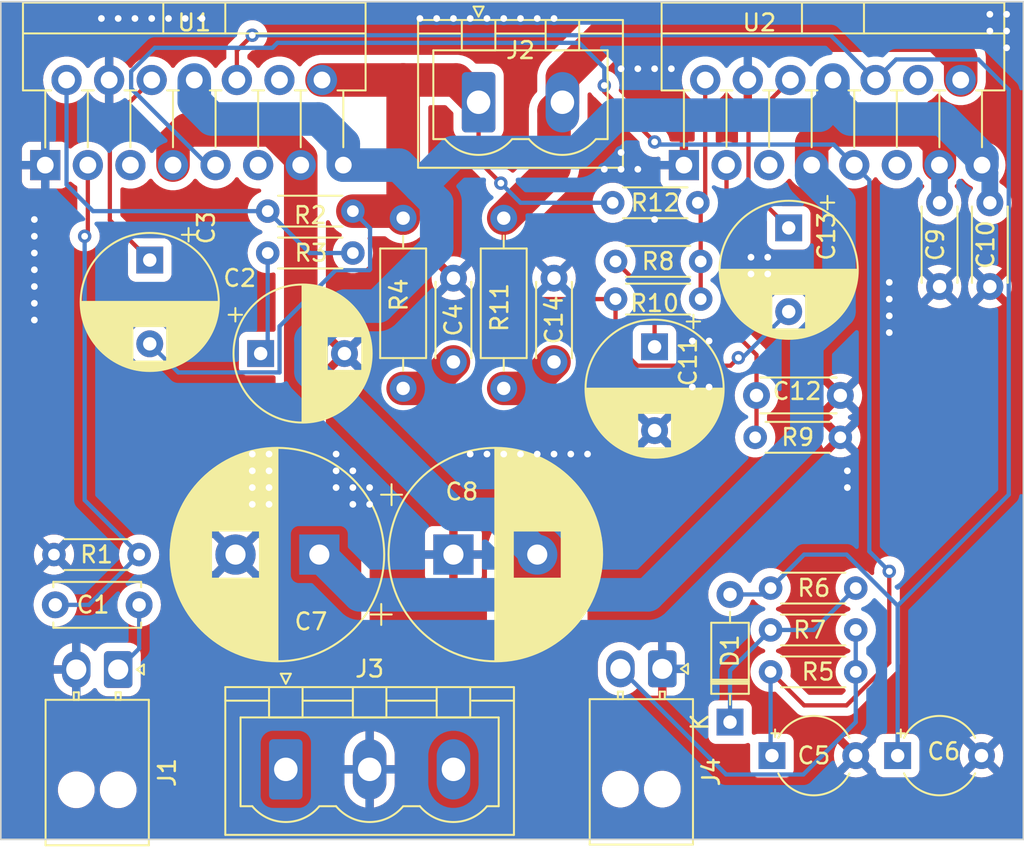
<source format=kicad_pcb>
(kicad_pcb (version 20240108) (generator "pcbnew") (generator_version "8.0")
  (layers (0 "F.Cu" signal) (31 "B.Cu" signal) (34 "B.Paste" user) (35 "F.Paste" user) (36 "B.SilkS" user "B.Silkscreen") (37 "F.SilkS" user "F.Silkscreen") (38 "B.Mask" user) (39 "F.Mask" user) (44 "Edge.Cuts" user))
  (net 0 "")
  (net 1 "Net-(J1-Pin_1)")
  (net 2 "Net-(U1-+)")
  (net 3 "Net-(C2-Pad1)")
  (net 4 "GND")
  (net 5 "Net-(U1-BOOT)")
  (net 6 "Net-(J2-Pin_1)")
  (net 7 "Net-(C4-Pad2)")
  (net 8 "STBY")
  (net 9 "Mute")
  (net 10 "+VDC")
  (net 11 "-VDC")
  (net 12 "Net-(C11-Pad1)")
  (net 13 "Net-(U2-+)")
  (net 14 "Net-(U2-BOOT)")
  (net 15 "Net-(J2-Pin_2)")
  (net 16 "Net-(C14-Pad2)")
  (net 17 "Net-(D1-K)")
  (net 18 "/Mute{slash}st-by")
  (net 19 "Net-(U1--)")
  (net 20 "Net-(U2--)")
  (footprint "Resistor_THT:R_Axial_DIN0207_L6.3mm_D2.5mm_P10.16mm_Horizontal" (layer "F.Cu") (at 148 50.92 -90)
    (property "Reference" "R11" (at 5.33 0.25 90) (layer "F.SilkS"))
    (property "Value" "2R7")
    (pad "1" thru_hole circle (at 0 0 270) (size 1.6 1.6) (drill 0.8) (layers "*.Cu" "*.Mask") (net 15 "Net-(J2-Pin_2)"))
    (pad "2" thru_hole oval (at 10.16 0 270) (size 1.6 1.6) (drill 0.8) (layers "*.Cu" "*.Mask") (net 16 "Net-(C14-Pad2)"))
  )
  (footprint "Package_TO_SOT_THT:TO-220-15_P2.54x2.54mm_StaggerOdd_Lead4.58mm_Vertical" (layer "F.Cu") (at 158.75 47.752)
    (property "Reference" "U2" (at 4.5 -8.502 0) (layer "F.SilkS"))
    (property "Value" "TDA7294")
    (pad "1" thru_hole rect (at 0 0) (size 1.8 1.8) (drill 1) (layers "*.Cu" "*.Mask") (net 4 "GND"))
    (pad "2" thru_hole oval (at 1.27 -5.08) (size 1.8 1.8) (drill 1) (layers "*.Cu" "*.Mask") (net 20 "Net-(U2--)"))
    (pad "3" thru_hole oval (at 2.54 0) (size 1.8 1.8) (drill 1) (layers "*.Cu" "*.Mask") (net 13 "Net-(U2-+)"))
    (pad "4" thru_hole oval (at 3.81 -5.08) (size 1.8 1.8) (drill 1) (layers "*.Cu" "*.Mask") (net 4 "GND"))
    (pad "5" thru_hole oval (at 5.08 0) (size 1.8 1.8) (drill 1) (layers "*.Cu" "*.Mask"))
    (pad "6" thru_hole oval (at 6.35 -5.08) (size 1.8 1.8) (drill 1) (layers "*.Cu" "*.Mask") (net 14 "Net-(U2-BOOT)"))
    (pad "7" thru_hole oval (at 7.62 0) (size 1.8 1.8) (drill 1) (layers "*.Cu" "*.Mask") (net 10 "+VDC"))
    (pad "8" thru_hole oval (at 8.89 -5.08) (size 1.8 1.8) (drill 1) (layers "*.Cu" "*.Mask") (net 11 "-VDC"))
    (pad "9" thru_hole oval (at 10.16 0) (size 1.8 1.8) (drill 1) (layers "*.Cu" "*.Mask") (net 8 "STBY"))
    (pad "10" thru_hole oval (at 11.43 -5.08) (size 1.8 1.8) (drill 1) (layers "*.Cu" "*.Mask") (net 9 "Mute"))
    (pad "11" thru_hole oval (at 12.7 0) (size 1.8 1.8) (drill 1) (layers "*.Cu" "*.Mask"))
    (pad "12" thru_hole oval (at 13.97 -5.08) (size 1.8 1.8) (drill 1) (layers "*.Cu" "*.Mask"))
    (pad "13" thru_hole oval (at 15.24 0) (size 1.8 1.8) (drill 1) (layers "*.Cu" "*.Mask") (net 10 "+VDC"))
    (pad "14" thru_hole oval (at 16.51 -5.08) (size 1.8 1.8) (drill 1) (layers "*.Cu" "*.Mask") (net 15 "Net-(J2-Pin_2)"))
    (pad "15" thru_hole oval (at 17.78 0) (size 1.8 1.8) (drill 1) (layers "*.Cu" "*.Mask") (net 11 "-VDC"))
  )
  (footprint "Connector_Phoenix_MSTB:PhoenixContact_MSTBVA_2,5_2-G_1x02_P5.00mm_Vertical" (layer "F.Cu") (at 146.5 44)
    (property "Reference" "J2" (at 2.5 -3.1 0) (layer "F.SilkS"))
    (property "Value" "HT")
    (pad "1" thru_hole roundrect (at 0 0) (size 2 3.6) (drill 1.4) (layers "*.Cu" "*.Mask") (roundrect_rratio 0.125) (net 6 "Net-(J2-Pin_1)"))
    (pad "2" thru_hole oval (at 5 0) (size 2 3.6) (drill 1.4) (layers "*.Cu" "*.Mask") (net 15 "Net-(J2-Pin_2)"))
  )
  (footprint "Resistor_THT:R_Axial_DIN0204_L3.6mm_D1.6mm_P5.08mm_Horizontal" (layer "F.Cu") (at 168.08 64 180)
    (property "Reference" "R9" (at 2.54 0 0) (layer "F.SilkS"))
    (property "Value" "22k")
    (pad "1" thru_hole circle (at 0 0 180) (size 1.4 1.4) (drill 0.7) (layers "*.Cu" "*.Mask") (net 4 "GND"))
    (pad "2" thru_hole oval (at 5.08 0 180) (size 1.4 1.4) (drill 0.7) (layers "*.Cu" "*.Mask") (net 13 "Net-(U2-+)"))
  )
  (footprint "Capacitor_THT:C_Disc_D4.3mm_W1.9mm_P5.00mm" (layer "F.Cu") (at 174 55 90)
    (property "Reference" "C9" (at 2.5 -0.25 90) (layer "F.SilkS"))
    (property "Value" "100nF")
    (pad "1" thru_hole circle (at 0 0 90) (size 1.6 1.6) (drill 0.8) (layers "*.Cu" "*.Mask") (net 4 "GND"))
    (pad "2" thru_hole circle (at 5 0 90) (size 1.6 1.6) (drill 0.8) (layers "*.Cu" "*.Mask") (net 10 "+VDC"))
  )
  (footprint "Package_TO_SOT_THT:TO-220-15_P2.54x2.54mm_StaggerOdd_Lead4.58mm_Vertical" (layer "F.Cu") (at 120.65 47.752)
    (property "Reference" "U1" (at 8.89 -8.502 0) (layer "F.SilkS"))
    (property "Value" "TDA7294")
    (pad "1" thru_hole rect (at 0 0) (size 1.8 1.8) (drill 1) (layers "*.Cu" "*.Mask") (net 4 "GND"))
    (pad "2" thru_hole oval (at 1.27 -5.08) (size 1.8 1.8) (drill 1) (layers "*.Cu" "*.Mask") (net 19 "Net-(U1--)"))
    (pad "3" thru_hole oval (at 2.54 0) (size 1.8 1.8) (drill 1) (layers "*.Cu" "*.Mask") (net 2 "Net-(U1-+)"))
    (pad "4" thru_hole oval (at 3.81 -5.08) (size 1.8 1.8) (drill 1) (layers "*.Cu" "*.Mask") (net 4 "GND"))
    (pad "5" thru_hole oval (at 5.08 0) (size 1.8 1.8) (drill 1) (layers "*.Cu" "*.Mask"))
    (pad "6" thru_hole oval (at 6.35 -5.08) (size 1.8 1.8) (drill 1) (layers "*.Cu" "*.Mask") (net 5 "Net-(U1-BOOT)"))
    (pad "7" thru_hole oval (at 7.62 0) (size 1.8 1.8) (drill 1) (layers "*.Cu" "*.Mask") (net 10 "+VDC"))
    (pad "8" thru_hole oval (at 8.89 -5.08) (size 1.8 1.8) (drill 1) (layers "*.Cu" "*.Mask") (net 11 "-VDC"))
    (pad "9" thru_hole oval (at 10.16 0) (size 1.8 1.8) (drill 1) (layers "*.Cu" "*.Mask") (net 8 "STBY"))
    (pad "10" thru_hole oval (at 11.43 -5.08) (size 1.8 1.8) (drill 1) (layers "*.Cu" "*.Mask") (net 9 "Mute"))
    (pad "11" thru_hole oval (at 12.7 0) (size 1.8 1.8) (drill 1) (layers "*.Cu" "*.Mask"))
    (pad "12" thru_hole oval (at 13.97 -5.08) (size 1.8 1.8) (drill 1) (layers "*.Cu" "*.Mask"))
    (pad "13" thru_hole oval (at 15.24 0) (size 1.8 1.8) (drill 1) (layers "*.Cu" "*.Mask") (net 10 "+VDC"))
    (pad "14" thru_hole oval (at 16.51 -5.08) (size 1.8 1.8) (drill 1) (layers "*.Cu" "*.Mask") (net 6 "Net-(J2-Pin_1)"))
    (pad "15" thru_hole oval (at 17.78 0) (size 1.8 1.8) (drill 1) (layers "*.Cu" "*.Mask") (net 11 "-VDC"))
  )
  (footprint "Diode_THT:D_DO-35_SOD27_P7.62mm_Horizontal" (layer "F.Cu") (at 161.5 81 90)
    (property "Reference" "D1" (at 4.25 0 90) (layer "F.SilkS"))
    (property "Value" "1N4148")
    (fp_text user "K" (at 0 -1.8 90) (layer "F.SilkS"))
    (pad "1" thru_hole rect (at 0 0 90) (size 1.6 1.6) (drill 0.8) (layers "*.Cu" "*.Mask") (net 17 "Net-(D1-K)"))
    (pad "2" thru_hole oval (at 7.62 0 90) (size 1.6 1.6) (drill 0.8) (layers "*.Cu" "*.Mask") (net 9 "Mute"))
  )
  (footprint "Resistor_THT:R_Axial_DIN0204_L3.6mm_D1.6mm_P5.08mm_Horizontal" (layer "F.Cu") (at 163.92 75.5)
    (property "Reference" "R7" (at 2.33 0 0) (layer "F.SilkS"))
    (property "Value" "10k")
    (pad "1" thru_hole circle (at 0 0) (size 1.4 1.4) (drill 0.7) (layers "*.Cu" "*.Mask") (net 17 "Net-(D1-K)"))
    (pad "2" thru_hole oval (at 5.08 0) (size 1.4 1.4) (drill 0.7) (layers "*.Cu" "*.Mask") (net 18 "/Mute{slash}st-by"))
  )
  (footprint "Capacitor_THT:C_Disc_D5.0mm_W2.5mm_P5.00mm" (layer "F.Cu") (at 126.25 74 180)
    (property "Reference" "C1" (at 2.75 0 0) (layer "F.SilkS"))
    (property "Value" "470nF")
    (pad "1" thru_hole circle (at 0 0 180) (size 1.6 1.6) (drill 0.8) (layers "*.Cu" "*.Mask") (net 1 "Net-(J1-Pin_1)"))
    (pad "2" thru_hole circle (at 5 0 180) (size 1.6 1.6) (drill 0.8) (layers "*.Cu" "*.Mask") (net 2 "Net-(U1-+)"))
  )
  (footprint "Capacitor_THT:CP_Radial_D8.0mm_P5.00mm" (layer "F.Cu") (at 165 51.5 -90)
    (property "Reference" "C13" (at 0.5 -2.25 90) (layer "F.SilkS"))
    (property "Value" "22uF/250V")
    (pad "1" thru_hole rect (at 0 0 270) (size 1.6 1.6) (drill 0.8) (layers "*.Cu" "*.Mask") (net 14 "Net-(U2-BOOT)"))
    (pad "2" thru_hole circle (at 5 0 270) (size 1.6 1.6) (drill 0.8) (layers "*.Cu" "*.Mask") (net 15 "Net-(J2-Pin_2)"))
  )
  (footprint "Resistor_THT:R_Axial_DIN0204_L3.6mm_D1.6mm_P5.08mm_Horizontal" (layer "F.Cu") (at 121.17 71)
    (property "Reference" "R1" (at 2.54 0 0) (layer "F.SilkS"))
    (property "Value" "22k")
    (pad "1" thru_hole circle (at 0 0) (size 1.4 1.4) (drill 0.7) (layers "*.Cu" "*.Mask") (net 4 "GND"))
    (pad "2" thru_hole oval (at 5.08 0) (size 1.4 1.4) (drill 0.7) (layers "*.Cu" "*.Mask") (net 2 "Net-(U1-+)"))
  )
  (footprint "Resistor_THT:R_Axial_DIN0204_L3.6mm_D1.6mm_P5.08mm_Horizontal" (layer "F.Cu") (at 159.75 55.75 180)
    (property "Reference" "R10" (at 2.75 -0.25 0) (layer "F.SilkS"))
    (property "Value" "22k")
    (pad "1" thru_hole circle (at 0 0 180) (size 1.4 1.4) (drill 0.7) (layers "*.Cu" "*.Mask") (net 20 "Net-(U2--)"))
    (pad "2" thru_hole oval (at 5.08 0 180) (size 1.4 1.4) (drill 0.7) (layers "*.Cu" "*.Mask") (net 15 "Net-(J2-Pin_2)"))
  )
  (footprint "Resistor_THT:R_Axial_DIN0204_L3.6mm_D1.6mm_P5.08mm_Horizontal" (layer "F.Cu") (at 163.92 73)
    (property "Reference" "R6" (at 2.58 0 0) (layer "F.SilkS"))
    (property "Value" "30k")
    (pad "1" thru_hole circle (at 0 0) (size 1.4 1.4) (drill 0.7) (layers "*.Cu" "*.Mask") (net 9 "Mute"))
    (pad "2" thru_hole oval (at 5.08 0) (size 1.4 1.4) (drill 0.7) (layers "*.Cu" "*.Mask") (net 17 "Net-(D1-K)"))
  )
  (footprint "Resistor_THT:R_Axial_DIN0204_L3.6mm_D1.6mm_P5.08mm_Horizontal" (layer "F.Cu") (at 163.92 78)
    (property "Reference" "R5" (at 2.83 0 0) (layer "F.SilkS"))
    (property "Value" "22k")
    (pad "1" thru_hole circle (at 0 0) (size 1.4 1.4) (drill 0.7) (layers "*.Cu" "*.Mask") (net 8 "STBY"))
    (pad "2" thru_hole oval (at 5.08 0) (size 1.4 1.4) (drill 0.7) (layers "*.Cu" "*.Mask") (net 18 "/Mute{slash}st-by"))
  )
  (footprint "Capacitor_THT:CP_Radial_D12.5mm_P5.00mm" (layer "F.Cu") (at 145 71)
    (property "Reference" "C8" (at 0.5 -3.75 0) (layer "F.SilkS"))
    (property "Value" "1000uF")
    (pad "1" thru_hole rect (at 0 0) (size 2.4 2.4) (drill 1.2) (layers "*.Cu" "*.Mask") (net 4 "GND"))
    (pad "2" thru_hole circle (at 5 0) (size 2.4 2.4) (drill 1.2) (layers "*.Cu" "*.Mask") (net 11 "-VDC"))
  )
  (footprint "Capacitor_THT:C_Disc_D4.3mm_W1.9mm_P5.00mm" (layer "F.Cu") (at 145 54.5 -90)
    (property "Reference" "C4" (at 2.5 0 90) (layer "F.SilkS"))
    (property "Value" "100nF")
    (pad "1" thru_hole circle (at 0 0 270) (size 1.6 1.6) (drill 0.8) (layers "*.Cu" "*.Mask") (net 4 "GND"))
    (pad "2" thru_hole circle (at 5 0 270) (size 1.6 1.6) (drill 0.8) (layers "*.Cu" "*.Mask") (net 7 "Net-(C4-Pad2)"))
  )
  (footprint "Resistor_THT:R_Axial_DIN0204_L3.6mm_D1.6mm_P5.08mm_Horizontal" (layer "F.Cu") (at 154.5 50)
    (property "Reference" "R12" (at 2.54 0 0) (layer "F.SilkS"))
    (property "Value" "22k")
    (pad "1" thru_hole circle (at 0 0) (size 1.4 1.4) (drill 0.7) (layers "*.Cu" "*.Mask") (net 6 "Net-(J2-Pin_1)"))
    (pad "2" thru_hole oval (at 5.08 0) (size 1.4 1.4) (drill 0.7) (layers "*.Cu" "*.Mask") (net 20 "Net-(U2--)"))
  )
  (footprint "Capacitor_THT:CP_Radial_D8.0mm_P5.00mm" (layer "F.Cu") (at 157 58.597349 -90)
    (property "Reference" "C11" (at 0.902651 -2 90) (layer "F.SilkS"))
    (property "Value" "22uF")
    (pad "1" thru_hole rect (at 0 0 270) (size 1.6 1.6) (drill 0.8) (layers "*.Cu" "*.Mask") (net 12 "Net-(C11-Pad1)"))
    (pad "2" thru_hole circle (at 5 0 270) (size 1.6 1.6) (drill 0.8) (layers "*.Cu" "*.Mask") (net 4 "GND"))
  )
  (footprint "Resistor_THT:R_Axial_DIN0204_L3.6mm_D1.6mm_P5.08mm_Horizontal" (layer "F.Cu") (at 133.92 53)
    (property "Reference" "R3" (at 2.58 0 0) (layer "F.SilkS"))
    (property "Value" "680k")
    (pad "1" thru_hole circle (at 0 0) (size 1.4 1.4) (drill 0.7) (layers "*.Cu" "*.Mask") (net 3 "Net-(C2-Pad1)"))
    (pad "2" thru_hole oval (at 5.08 0) (size 1.4 1.4) (drill 0.7) (layers "*.Cu" "*.Mask") (net 19 "Net-(U1--)"))
  )
  (footprint "Capacitor_THT:CP_Radial_D8.0mm_P5.00mm" (layer "F.Cu") (at 133.5 59)
    (property "Reference" "C2" (at -1.25 -4.5 0) (layer "F.SilkS"))
    (property "Value" "22uF")
    (pad "1" thru_hole rect (at 0 0) (size 1.6 1.6) (drill 0.8) (layers "*.Cu" "*.Mask") (net 3 "Net-(C2-Pad1)"))
    (pad "2" thru_hole circle (at 5 0) (size 1.6 1.6) (drill 0.8) (layers "*.Cu" "*.Mask") (net 4 "GND"))
  )
  (footprint "Resistor_THT:R_Axial_DIN0204_L3.6mm_D1.6mm_P5.08mm_Horizontal" (layer "F.Cu") (at 133.92 50.5)
    (property "Reference" "R2" (at 2.54 0.25 0) (layer "F.SilkS"))
    (property "Value" "22k")
    (pad "1" thru_hole circle (at 0 0) (size 1.4 1.4) (drill 0.7) (layers "*.Cu" "*.Mask") (net 19 "Net-(U1--)"))
    (pad "2" thru_hole oval (at 5.08 0) (size 1.4 1.4) (drill 0.7) (layers "*.Cu" "*.Mask") (net 6 "Net-(J2-Pin_1)"))
  )
  (footprint "Capacitor_THT:CP_Radial_D8.0mm_P5.00mm" (layer "F.Cu") (at 126.883349 53.42 -90)
    (property "Reference" "C3" (at -1.92 -3.366651 90) (layer "F.SilkS"))
    (property "Value" "22uF/250V")
    (pad "1" thru_hole rect (at 0 0 270) (size 1.6 1.6) (drill 0.8) (layers "*.Cu" "*.Mask") (net 5 "Net-(U1-BOOT)"))
    (pad "2" thru_hole circle (at 5 0 270) (size 1.6 1.6) (drill 0.8) (layers "*.Cu" "*.Mask") (net 6 "Net-(J2-Pin_1)"))
  )
  (footprint "Connector_Phoenix_MSTB:PhoenixContact_MSTBVA_2,5_3-G_1x03_P5.00mm_Vertical" (layer "F.Cu") (at 135 83.82)
    (property "Reference" "J3" (at 5 -6 0) (layer "F.SilkS"))
    (property "Value" "Power")
    (pad "1" thru_hole roundrect (at 0 0) (size 2 3.6) (drill 1.4) (layers "*.Cu" "*.Mask") (roundrect_rratio 0.125) (net 10 "+VDC"))
    (pad "2" thru_hole oval (at 5 0) (size 2 3.6) (drill 1.4) (layers "*.Cu" "*.Mask") (net 4 "GND"))
    (pad "3" thru_hole oval (at 10 0) (size 2 3.6) (drill 1.4) (layers "*.Cu" "*.Mask") (net 11 "-VDC"))
  )
  (footprint "Capacitor_THT:C_Disc_D4.3mm_W1.9mm_P5.00mm" (layer "F.Cu") (at 151 54.5 -90)
    (property "Reference" "C14" (at 2.5 0 90) (layer "F.SilkS"))
    (property "Value" "100nF")
    (pad "1" thru_hole circle (at 0 0 270) (size 1.6 1.6) (drill 0.8) (layers "*.Cu" "*.Mask") (net 4 "GND"))
    (pad "2" thru_hole circle (at 5 0 270) (size 1.6 1.6) (drill 0.8) (layers "*.Cu" "*.Mask") (net 16 "Net-(C14-Pad2)"))
  )
  (footprint "Capacitor_THT:CP_Radial_D12.5mm_P5.00mm" (layer "F.Cu") (at 137 71 180)
    (property "Reference" "C7" (at 0.5 -4 0) (layer "F.SilkS"))
    (property "Value" "1000uF")
    (pad "1" thru_hole rect (at 0 0 180) (size 2.4 2.4) (drill 1.2) (layers "*.Cu" "*.Mask") (net 10 "+VDC"))
    (pad "2" thru_hole circle (at 5 0 180) (size 2.4 2.4) (drill 1.2) (layers "*.Cu" "*.Mask") (net 4 "GND"))
  )
  (footprint "Connector_Molex:Molex_Nano-Fit_105313-xx02_1x02_P2.50mm_Horizontal" (layer "F.Cu") (at 157.46 77.82 -90)
    (property "Reference" "J4" (at 6.15 -2.92 90) (layer "F.SilkS"))
    (property "Value" "IN")
    (pad "" np_thru_hole circle (at 7.18 0 270) (size 1.7 1.7) (drill 1.7) (layers "*.Cu" "*.Mask"))
    (pad "" np_thru_hole circle (at 7.18 2.5 270) (size 1.7 1.7) (drill 1.7) (layers "*.Cu" "*.Mask"))
    (pad "1" thru_hole roundrect (at 0 0 270) (size 2.2 1.7) (drill 1.2) (layers "*.Cu" "*.Mask") (roundrect_rratio 0.1470588235) (net 4 "GND"))
    (pad "2" thru_hole oval (at 0 2.5 270) (size 2.2 1.7) (drill 1.2) (layers "*.Cu" "*.Mask") (net 18 "/Mute{slash}st-by"))
  )
  (footprint "Capacitor_THT:CP_Radial_Tantal_D4.5mm_P5.00mm" (layer "F.Cu") (at 171.5 83)
    (property "Reference" "C6" (at 2.75 -0.25 0) (layer "F.SilkS"))
    (property "Value" "22uF")
    (pad "1" thru_hole rect (at 0 0) (size 1.6 1.6) (drill 0.8) (layers "*.Cu" "*.Mask") (net 9 "Mute"))
    (pad "2" thru_hole circle (at 5 0) (size 1.6 1.6) (drill 0.8) (layers "*.Cu" "*.Mask") (net 4 "GND"))
  )
  (footprint "Connector_Molex:Molex_Nano-Fit_105313-xx02_1x02_P2.50mm_Horizontal" (layer "F.Cu") (at 125 77.86 -90)
    (property "Reference" "J1" (at 6.15 -2.92 90) (layer "F.SilkS"))
    (property "Value" "IN")
    (pad "" np_thru_hole circle (at 7.18 0 270) (size 1.7 1.7) (drill 1.7) (layers "*.Cu" "*.Mask"))
    (pad "" np_thru_hole circle (at 7.18 2.5 270) (size 1.7 1.7) (drill 1.7) (layers "*.Cu" "*.Mask"))
    (pad "1" thru_hole roundrect (at 0 0 270) (size 2.2 1.7) (drill 1.2) (layers "*.Cu" "*.Mask") (roundrect_rratio 0.1470588235) (net 1 "Net-(J1-Pin_1)"))
    (pad "2" thru_hole oval (at 0 2.5 270) (size 2.2 1.7) (drill 1.2) (layers "*.Cu" "*.Mask") (net 4 "GND"))
  )
  (footprint "Capacitor_THT:C_Disc_D4.3mm_W1.9mm_P5.00mm" (layer "F.Cu") (at 177 50 -90)
    (property "Reference" "C10" (at 2.5 0.25 90) (layer "F.SilkS"))
    (property "Value" "100nF")
    (pad "1" thru_hole circle (at 0 0 270) (size 1.6 1.6) (drill 0.8) (layers "*.Cu" "*.Mask") (net 11 "-VDC"))
    (pad "2" thru_hole circle (at 5 0 270) (size 1.6 1.6) (drill 0.8) (layers "*.Cu" "*.Mask") (net 4 "GND"))
  )
  (footprint "Resistor_THT:R_Axial_DIN0207_L6.3mm_D2.5mm_P10.16mm_Horizontal" (layer "F.Cu") (at 142 50.92 -90)
    (property "Reference" "R4" (at 4.58 0.25 90) (layer "F.SilkS"))
    (property "Value" "2R7")
    (pad "1" thru_hole circle (at 0 0 270) (size 1.6 1.6) (drill 0.8) (layers "*.Cu" "*.Mask") (net 6 "Net-(J2-Pin_1)"))
    (pad "2" thru_hole oval (at 10.16 0 270) (size 1.6 1.6) (drill 0.8) (layers "*.Cu" "*.Mask") (net 7 "Net-(C4-Pad2)"))
  )
  (footprint "Capacitor_THT:CP_Radial_Tantal_D4.5mm_P5.00mm" (layer "F.Cu") (at 164 83)
    (property "Reference" "C5" (at 2.5 0 0) (layer "F.SilkS"))
    (property "Value" "22uF")
    (pad "1" thru_hole rect (at 0 0) (size 1.6 1.6) (drill 0.8) (layers "*.Cu" "*.Mask") (net 8 "STBY"))
    (pad "2" thru_hole circle (at 5 0) (size 1.6 1.6) (drill 0.8) (layers "*.Cu" "*.Mask") (net 4 "GND"))
  )
  (footprint "Resistor_THT:R_Axial_DIN0204_L3.6mm_D1.6mm_P5.08mm_Horizontal" (layer "F.Cu") (at 154.67 53.5)
    (property "Reference" "R8" (at 2.54 0 0) (layer "F.SilkS"))
    (property "Value" "680k")
    (pad "1" thru_hole circle (at 0 0) (size 1.4 1.4) (drill 0.7) (layers "*.Cu" "*.Mask") (net 12 "Net-(C11-Pad1)"))
    (pad "2" thru_hole oval (at 5.08 0) (size 1.4 1.4) (drill 0.7) (layers "*.Cu" "*.Mask") (net 20 "Net-(U2--)"))
  )
  (footprint "Capacitor_THT:C_Disc_D4.3mm_W1.9mm_P5.00mm" (layer "F.Cu") (at 168.08 61.5 180)
    (property "Reference" "C12" (at 2.58 0.25 0) (layer "F.SilkS"))
    (property "Value" "470nF")
    (pad "1" thru_hole circle (at 0 0 180) (size 1.6 1.6) (drill 0.8) (layers "*.Cu" "*.Mask") (net 4 "GND"))
    (pad "2" thru_hole circle (at 5 0 180) (size 1.6 1.6) (drill 0.8) (layers "*.Cu" "*.Mask") (net 13 "Net-(U2-+)"))
  )
  (gr_line (start 179 88) (end 179 38) (stroke (width 0.1)) (layer "Edge.Cuts"))
  (gr_line (start 118 38) (end 118 88) (stroke (width 0.1)) (layer "Edge.Cuts"))
  (gr_line (start 179 38) (end 118 38) (stroke (width 0.1)) (layer "Edge.Cuts"))
  (gr_line (start 118 88) (end 179 88) (stroke (width 0.1)) (layer "Edge.Cuts"))
  (segment (start 125 77.86) (end 126.25 76.61) (width 0.254) (layer "B.Cu") (net 1))
  (segment (start 126.25 76.61) (end 126.25 74) (width 0.254) (layer "B.Cu") (net 1))
  (segment (start 123 52) (end 123.19 51.81) (width 0.254) (layer "F.Cu") (net 2))
  (segment (start 123.19 51.81) (end 123.19 47.752) (width 0.254) (layer "F.Cu") (net 2))
  (via (at 123 52) (size 0.8) (drill 0.4) (layers "F.Cu" "B.Cu") (net 2))
  (segment (start 126.25 71) (end 123 67.75) (width 0.254) (layer "B.Cu") (net 2))
  (segment (start 123.25 74) (end 126.25 71) (width 0.254) (layer "B.Cu") (net 2))
  (segment (start 121.25 74) (end 123.25 74) (width 0.254) (layer "B.Cu") (net 2))
  (segment (start 123 67.75) (end 123 52) (width 0.254) (layer "B.Cu") (net 2))
  (segment (start 133.92 58.58) (end 133.5 59) (width 0.254) (layer "B.Cu") (net 3))
  (segment (start 133.92 53) (end 133.92 58.58) (width 0.254) (layer "B.Cu") (net 3))
  (via (at 171 56.75) (size 0.8) (drill 0.4) (layers "F.Cu" "B.Cu") (net 4))
  (via (at 120 56) (size 0.8) (drill 0.4) (layers "F.Cu" "B.Cu") (net 4))
  (via (at 160.25 61) (size 0.8) (drill 0.4) (layers "F.Cu" "B.Cu") (net 4))
  (via (at 140 67) (size 0.8) (drill 0.4) (layers "F.Cu" "B.Cu") (net 4))
  (via (at 120 55) (size 0.8) (drill 0.4) (layers "F.Cu" "B.Cu") (net 4))
  (via (at 155 48) (size 0.8) (drill 0.4) (layers "F.Cu" "B.Cu") (net 4))
  (via (at 120 54) (size 0.8) (drill 0.4) (layers "F.Cu" "B.Cu") (net 4))
  (via (at 162.75 53.25) (size 0.8) (drill 0.4) (layers "F.Cu" "B.Cu") (net 4))
  (via (at 139 67) (size 0.8) (drill 0.4) (layers "F.Cu" "B.Cu") (net 4))
  (via (at 178 38.75) (size 0.8) (drill 0.4) (layers "F.Cu" "B.Cu") (net 4))
  (via (at 133 66) (size 0.8) (drill 0.4) (layers "F.Cu" "B.Cu") (net 4))
  (via (at 159.25 58.25) (size 0.8) (drill 0.4) (layers "F.Cu" "B.Cu") (net 4))
  (via (at 149 65) (size 0.8) (drill 0.4) (layers "F.Cu" "B.Cu") (net 4))
  (via (at 163.75 53.25) (size 0.8) (drill 0.4) (layers "F.Cu" "B.Cu") (net 4))
  (via (at 129 39) (size 0.8) (drill 0.4) (layers "F.Cu" "B.Cu") (net 4))
  (via (at 127 39) (size 0.8) (drill 0.4) (layers "F.Cu" "B.Cu") (net 4))
  (via (at 171 57.75) (size 0.8) (drill 0.4) (layers "F.Cu" "B.Cu") (net 4))
  (via (at 150 65) (size 0.8) (drill 0.4) (layers "F.Cu" "B.Cu") (net 4))
  (via (at 171 54.75) (size 0.8) (drill 0.4) (layers "F.Cu" "B.Cu") (net 4))
  (via (at 130 39) (size 0.8) (drill 0.4) (layers "F.Cu" "B.Cu") (net 4))
  (via (at 138 65) (size 0.8) (drill 0.4) (layers "F.Cu" "B.Cu") (net 4))
  (via (at 157 42) (size 0.8) (drill 0.4) (layers "F.Cu" "B.Cu") (net 4))
  (via (at 138 66) (size 0.8) (drill 0.4) (layers "F.Cu" "B.Cu") (net 4))
  (via (at 168.5 66) (size 0.8) (drill 0.4) (layers "F.Cu" "B.Cu") (net 4))
  (via (at 178 40.75) (size 0.8) (drill 0.4) (layers "F.Cu" "B.Cu") (net 4))
  (via (at 125 39) (size 0.8) (drill 0.4) (layers "F.Cu" "B.Cu") (net 4))
  (via (at 157 51) (size 0.8) (drill 0.4) (layers "F.Cu" "B.Cu") (net 4))
  (via (at 147 39) (size 0.8) (drill 0.4) (layers "F.Cu" "B.Cu") (net 4))
  (via (at 151 39) (size 0.8) (drill 0.4) (layers "F.Cu" "B.Cu") (net 4))
  (via (at 134 67) (size 0.8) (drill 0.4) (layers "F.Cu" "B.Cu") (net 4))
  (via (at 163.75 54.25) (size 0.8) (drill 0.4) (layers "F.Cu" "B.Cu") (net 4))
  (via (at 145 39) (size 0.8) (drill 0.4) (layers "F.Cu" "B.Cu") (net 4))
  (via (at 156 42) (size 0.8) (drill 0.4) (layers "F.Cu" "B.Cu") (net 4))
  (via (at 168.5 67) (size 0.8) (drill 0.4) (layers "F.Cu" "B.Cu") (net 4))
  (via (at 152 65) (size 0.8) (drill 0.4) (layers "F.Cu" "B.Cu") (net 4))
  (via (at 120 57) (size 0.8) (drill 0.4) (layers "F.Cu" "B.Cu") (net 4))
  (via (at 143 39) (size 0.8) (drill 0.4) (layers "F.Cu" "B.Cu") (net 4))
  (via (at 147 65) (size 0.8) (drill 0.4) (layers "F.Cu" "B.Cu") (net 4))
  (via (at 140 68) (size 0.8) (drill 0.4) (layers "F.Cu" "B.Cu") (net 4))
  (via (at 155 47) (size 0.8) (drill 0.4) (layers "F.Cu" "B.Cu") (net 4))
  (via (at 128 39) (size 0.8) (drill 0.4) (layers "F.Cu" "B.Cu") (net 4))
  (via (at 171 55.75) (size 0.8) (drill 0.4) (layers "F.Cu" "B.Cu") (net 4))
  (via (at 148 39) (size 0.8) (drill 0.4) (layers "F.Cu" "B.Cu") (net 4))
  (via (at 159.25 61) (size 0.8) (drill 0.4) (layers "F.Cu" "B.Cu") (net 4))
  (via (at 177 38.75) (size 0.8) (drill 0.4) (layers "F.Cu" "B.Cu") (net 4))
  (via (at 133 67) (size 0.8) (drill 0.4) (layers "F.Cu" "B.Cu") (net 4))
  (via (at 126 39) (size 0.8) (drill 0.4) (layers "F.Cu" "B.Cu") (net 4))
  (via (at 146 39) (size 0.8) (drill 0.4) (layers "F.Cu" "B.Cu") (net 4))
  (via (at 160.25 58.25) (size 0.8) (drill 0.4) (layers "F.Cu" "B.Cu") (net 4))
  (via (at 151 65) (size 0.8) (drill 0.4) (layers "F.Cu" "B.Cu") (net 4))
  (via (at 153 65) (size 0.8) (drill 0.4) (layers "F.Cu" "B.Cu") (net 4))
  (via (at 134 66) (size 0.8) (drill 0.4) (layers "F.Cu" "B.Cu") (net 4))
  (via (at 177 39.75) (size 0.8) (drill 0.4) (layers "F.Cu" "B.Cu") (net 4))
  (via (at 149 39) (size 0.8) (drill 0.4) (layers "F.Cu" "B.Cu") (net 4))
  (via (at 146 65) (size 0.8) (drill 0.4) (layers "F.Cu" "B.Cu") (net 4))
  (via (at 139 66) (size 0.8) (drill 0.4) (layers "F.Cu" "B.Cu") (net 4))
  (via (at 138 67) (size 0.8) (drill 0.4) (layers "F.Cu" "B.Cu") (net 4))
  (via (at 124 39) (size 0.8) (drill 0.4) (layers "F.Cu" "B.Cu") (net 4))
  (via (at 134 68) (size 0.8) (drill 0.4) (layers "F.Cu" "B.Cu") (net 4))
  (via (at 154 48) (size 0.8) (drill 0.4) (layers "F.Cu" "B.Cu") (net 4))
  (via (at 120 52) (size 0.8) (drill 0.4) (layers "F.Cu" "B.Cu") (net 4))
  (via (at 133 68) (size 0.8) (drill 0.4) (layers "F.Cu" "B.Cu") (net 4))
  (via (at 120 53) (size 0.8) (drill 0.4) (layers "F.Cu" "B.Cu") (net 4))
  (via (at 139 68) (size 0.8) (drill 0.4) (layers "F.Cu" "B.Cu") (net 4))
  (via (at 120 51) (size 0.8) (drill 0.4) (layers "F.Cu" "B.Cu") (net 4))
  (via (at 134 65) (size 0.8) (drill 0.4) (layers "F.Cu" "B.Cu") (net 4))
  (via (at 150 39) (size 0.8) (drill 0.4) (layers "F.Cu" "B.Cu") (net 4))
  (via (at 162.75 54.25) (size 0.8) (drill 0.4) (layers "F.Cu" "B.Cu") (net 4))
  (via (at 155 42) (size 0.8) (drill 0.4) (layers "F.Cu" "B.Cu") (net 4))
  (via (at 148 65) (size 0.8) (drill 0.4) (layers "F.Cu" "B.Cu") (net 4))
  (via (at 178 39.75) (size 0.8) (drill 0.4) (layers "F.Cu" "B.Cu") (net 4))
  (via (at 156 48) (size 0.8) (drill 0.4) (layers "F.Cu" "B.Cu") (net 4))
  (via (at 144 39) (size 0.8) (drill 0.4) (layers "F.Cu" "B.Cu") (net 4))
  (via (at 158 42) (size 0.8) (drill 0.4) (layers "F.Cu" "B.Cu") (net 4))
  (via (at 133 65) (size 0.8) (drill 0.4) (layers "F.Cu" "B.Cu") (net 4))
  (segment (start 124.503 45.169) (end 127 42.672) (width 0.254) (layer "F.Cu") (net 5))
  (segment (start 124.503 51.039651) (end 124.503 45.169) (width 0.254) (layer "F.Cu") (net 5))
  (segment (start 126.883349 53.42) (end 124.503 51.039651) (width 0.254) (layer "F.Cu") (net 5))
  (segment (start 146.5 47.5) (end 146.5 44) (width 0.254) (layer "F.Cu") (net 6))
  (segment (start 139 50.5) (end 141.58 50.5) (width 2) (layer "F.Cu") (net 6))
  (segment (start 141.58 50.5) (end 142 50.92) (width 2) (layer "F.Cu") (net 6))
  (segment (start 142 42.672) (end 145.172 42.672) (width 2) (layer "F.Cu") (net 6))
  (segment (start 137.16 42.672) (end 142 42.672) (width 2) (layer "F.Cu") (net 6))
  (segment (start 142 50.92) (end 142 42.672) (width 2) (layer "F.Cu") (net 6))
  (segment (start 145.172 42.672) (end 146.5 44) (width 2) (layer "F.Cu") (net 6))
  (segment (start 147.828982 48.828982) (end 146.5 47.5) (width 0.254) (layer "F.Cu") (net 6))
  (via (at 147.828982 48.828982) (size 0.8) (drill 0.4) (layers "F.Cu" "B.Cu") (net 6))
  (segment (start 139.973 54.027) (end 140.027 53.973) (width 0.254) (layer "B.Cu") (net 6))
  (segment (start 134.627 60.127) (end 134.627 57.373) (width 0.254) (layer "B.Cu") (net 6))
  (segment (start 154.5 50) (end 152.5 50) (width 0.254) (layer "B.Cu") (net 6))
  (segment (start 137.973 54.027) (end 139.973 54.027) (width 0.254) (layer "B.Cu") (net 6))
  (segment (start 134.627 57.373) (end 137.973 54.027) (width 0.254) (layer "B.Cu") (net 6))
  (segment (start 149 50) (end 147.828982 48.828982) (width 0.254) (layer "B.Cu") (net 6))
  (segment (start 140.027 53.973) (end 140.027 51.527) (width 0.254) (layer "B.Cu") (net 6))
  (segment (start 152.5 50) (end 149 50) (width 0.254) (layer "B.Cu") (net 6))
  (segment (start 126.883349 58.42) (end 128.590349 60.127) (width 0.254) (layer "B.Cu") (net 6))
  (segment (start 140.027 51.527) (end 139 50.5) (width 0.254) (layer "B.Cu") (net 6))
  (segment (start 128.590349 60.127) (end 134.627 60.127) (width 0.254) (layer "B.Cu") (net 6))
  (segment (start 142 61.08) (end 143.42 61.08) (width 2) (layer "F.Cu") (net 7))
  (segment (start 143.42 61.08) (end 145 59.5) (width 2) (layer "F.Cu") (net 7))
  (segment (start 171 72) (end 171 77.452398) (width 0.254) (layer "F.Cu") (net 8))
  (segment (start 168.452398 80) (end 165.92 80) (width 0.254) (layer "F.Cu") (net 8))
  (segment (start 165.92 80) (end 163.92 78) (width 0.254) (layer "F.Cu") (net 8))
  (segment (start 157 46.3715) (end 154 43.3715) (width 0.254) (layer "F.Cu") (net 8))
  (segment (start 171 77.452398) (end 168.452398 80) (width 0.254) (layer "F.Cu") (net 8))
  (segment (start 154 43.3715) (end 154 43) (width 0.254) (layer "F.Cu") (net 8))
  (via (at 154 43) (size 0.8) (drill 0.4) (layers "F.Cu" "B.Cu") (net 8))
  (via (at 157 46.3715) (size 0.8) (drill 0.4) (layers "F.Cu" "B.Cu") (net 8))
  (via (at 171 72) (size 0.8) (drill 0.4) (layers "F.Cu" "B.Cu") (net 8))
  (segment (start 154 43) (end 154 41.954) (width 0.254) (layer "B.Cu") (net 8))
  (segment (start 127.186759 40.75) (end 125.773 42.163759) (width 0.254) (layer "B.Cu") (net 8))
  (segment (start 134.204 40.75) (end 127.186759 40.75) (width 0.254) (layer "B.Cu") (net 8))
  (segment (start 168.91 47.752) (end 169.81 48.652) (width 0.254) (layer "B.Cu") (net 8))
  (segment (start 125.773 42.163759) (end 125.773 43.180241) (width 0.254) (layer "B.Cu") (net 8))
  (segment (start 169.81 70.81) (end 171 72) (width 0.254) (layer "B.Cu") (net 8))
  (segment (start 154 41.954) (end 152.5 40.454) (width 0.254) (layer "B.Cu") (net 8))
  (segment (start 167.683 46.525) (end 157.1535 46.525) (width 0.254) (layer "B.Cu") (net 8))
  (segment (start 125.773 43.180241) (end 130.344759 47.752) (width 0.254) (layer "B.Cu") (net 8))
  (segment (start 163.92 78) (end 163.92 82.92) (width 0.254) (layer "B.Cu") (net 8))
  (segment (start 163.92 82.92) (end 164 83) (width 0.254) (layer "B.Cu") (net 8))
  (segment (start 157.1535 46.525) (end 157 46.3715) (width 0.254) (layer "B.Cu") (net 8))
  (segment (start 134.5 40.454) (end 134.204 40.75) (width 0.254) (layer "B.Cu") (net 8))
  (segment (start 152.5 40.454) (end 134.5 40.454) (width 0.254) (layer "B.Cu") (net 8))
  (segment (start 169.81 48.652) (end 169.81 70.81) (width 0.254) (layer "B.Cu") (net 8))
  (segment (start 130.344759 47.752) (end 130.81 47.752) (width 0.254) (layer "B.Cu") (net 8))
  (segment (start 168.91 47.752) (end 167.683 46.525) (width 0.254) (layer "B.Cu") (net 8))
  (segment (start 132.08 40.92) (end 132.08 42.672) (width 0.254) (layer "F.Cu") (net 9))
  (segment (start 133 40) (end 132.08 40.92) (width 0.254) (layer "F.Cu") (net 9))
  (via (at 133 40) (size 0.8) (drill 0.4) (layers "F.Cu" "B.Cu") (net 9))
  (segment (start 178.127 43.254) (end 178.127 67.420602) (width 0.254) (layer "B.Cu") (net 9))
  (segment (start 161.5 73.38) (end 163.54 73.38) (width 0.254) (layer "B.Cu") (net 9))
  (segment (start 165.92 71) (end 163.92 73) (width 0.254) (layer "B.Cu") (net 9))
  (segment (start 171.5 83) (end 171.5 74.047602) (width 0.254) (layer "B.Cu") (net 9))
  (segment (start 170.18 42.672) (end 171.407 41.445) (width 0.254) (layer "B.Cu") (net 9))
  (segment (start 178.127 67.420602) (end 171.5 74.047602) (width 0.254) (layer "B.Cu") (net 9))
  (segment (start 170.18 42.672) (end 167.508 40) (width 0.254) (layer "B.Cu") (net 9))
  (segment (start 163.54 73.38) (end 163.92 73) (width 0.254) (layer "B.Cu") (net 9))
  (segment (start 171.407 41.445) (end 176.318 41.445) (width 0.254) (layer "B.Cu") (net 9))
  (segment (start 176.318 41.445) (end 178.127 43.254) (width 0.254) (layer "B.Cu") (net 9))
  (segment (start 167.508 40) (end 133 40) (width 0.254) (layer "B.Cu") (net 9))
  (segment (start 171.5 74.047602) (end 168.452398 71) (width 0.254) (layer "B.Cu") (net 9))
  (segment (start 168.452398 71) (end 165.92 71) (width 0.254) (layer "B.Cu") (net 9))
  (segment (start 166.37 47.752) (end 166.37 46.479208) (width 2) (layer "F.Cu") (net 10))
  (segment (start 137 77.2) (end 137 71) (width 5) (layer "F.Cu") (net 10))
  (segment (start 135.89 69.89) (end 137 71) (width 2) (layer "F.Cu") (net 10))
  (segment (start 135.89 47.322151) (end 135.89 47.752) (width 2) (layer "F.Cu") (net 10))
  (segment (start 173.162792 45.652) (end 173.99 46.479208) (width 2) (layer "F.Cu") (net 10))
  (segment (start 128.27 46.479208) (end 129.097208 45.652) (width 2) (layer "F.Cu") (net 10))
  (segment (start 135.89 47.752) (end 135.89 69.89) (width 2) (layer "F.Cu") (net 10))
  (segment (start 167.197208 45.652) (end 173.162792 45.652) (width 2) (layer "F.Cu") (net 10))
  (segment (start 134.219849 45.652) (end 135.89 47.322151) (width 2) (layer "F.Cu") (net 10))
  (segment (start 173.99 46.479208) (end 173.99 47.752) (width 2) (layer "F.Cu") (net 10))
  (segment (start 129.097208 45.652) (end 134.219849 45.652) (width 2) (layer "F.Cu") (net 10))
  (segment (start 128.27 47.752) (end 128.27 46.479208) (width 2) (layer "F.Cu") (net 10))
  (segment (start 166.37 46.479208) (end 167.197208 45.652) (width 2) (layer "F.Cu") (net 10))
  (segment (start 135 83.82) (end 135 79.2) (width 5) (layer "F.Cu") (net 10))
  (segment (start 135 79.2) (end 137 77.2) (width 5) (layer "F.Cu") (net 10))
  (segment (start 174 50) (end 174 47.762) (width 1) (layer "B.Cu") (net 10))
  (segment (start 139.4 73.4) (end 156.6 73.4) (width 2) (layer "B.Cu") (net 10))
  (segment (start 137 71) (end 139.4 73.4) (width 2) (layer "B.Cu") (net 10))
  (segment (start 168 56.483) (end 168 50) (width 2) (layer "B.Cu") (net 10))
  (segment (start 166.08 58.403) (end 168 56.483) (width 2) (layer "B.Cu") (net 10))
  (segment (start 156.6 73.4) (end 166.08 63.92) (width 2) (layer "B.Cu") (net 10))
  (segment (start 174 47.762) (end 173.99 47.752) (width 1) (layer "B.Cu") (net 10))
  (segment (start 166.08 63.92) (end 166.08 58.403) (width 2) (layer "B.Cu") (net 10))
  (segment (start 168 50) (end 166.37 48.37) (width 2) (layer "B.Cu") (net 10))
  (segment (start 166.37 48.37) (end 166.37 47.852) (width 2) (layer "B.Cu") (net 10))
  (segment (start 145 83.82) (end 150 78.82) (width 5) (layer "F.Cu") (net 11))
  (segment (start 150 78.82) (end 150 71) (width 5) (layer "F.Cu") (net 11))
  (segment (start 141.752 47.752) (end 143 49) (width 2) (layer "B.Cu") (net 11))
  (segment (start 167.64 43.944792) (end 166.812792 44.772) (width 2) (layer "B.Cu") (net 11))
  (segment (start 129.54 43.944792) (end 129.54 42.672) (width 2) (layer "B.Cu") (net 11))
  (segment (start 145 68.6) (end 147.6 68.6) (width 2) (layer "B.Cu") (net 11))
  (segment (start 136.950792 45) (end 130.595208 45) (width 2) (layer "B.Cu") (net 11))
  (segment (start 144 50) (end 144 52.671572) (width 2) (layer "B.Cu") (net 11))
  (segment (start 138.43 47.752) (end 138.43 46.479208) (width 2) (layer "B.Cu") (net 11))
  (segment (start 174.207849 45) (end 168.695208 45) (width 2) (layer "B.Cu") (net 11))
  (segment (start 138.43 47.752) (end 141.752 47.752) (width 2) (layer "B.Cu") (net 11))
  (segment (start 177 50) (end 177 48.222) (width 1) (layer "B.Cu") (net 11))
  (segment (start 143 49) (end 144 50) (width 2) (layer "B.Cu") (net 11))
  (segment (start 176.53 47.752) (end 176.53 47.322151) (width 2) (layer "B.Cu") (net 11))
  (segment (start 144 52.671572) (end 140.5 56.171572) (width 2) (layer "B.Cu") (net 11))
  (segment (start 138.5 56.171572) (end 136.5 58.171572) (width 2) (layer "B.Cu") (net 11))
  (segment (start 152.41127 47) (end 145 47) (width 2) (layer "B.Cu") (net 11))
  (segment (start 168.695208 45) (end 167.64 43.944792) (width 2) (layer "B.Cu") (net 11))
  (segment (start 138.43 46.479208) (end 136.950792 45) (width 2) (layer "B.Cu") (net 11))
  (segment (start 130.595208 45) (end 129.54 43.944792) (width 2) (layer "B.Cu") (net 11))
  (segment (start 136.5 58.171572) (end 136.5 60.1) (width 2) (layer "B.Cu") (net 11))
  (segment (start 147.6 68.6) (end 150 71) (width 2) (layer "B.Cu") (net 11))
  (segment (start 154.63927 44.772) (end 152.41127 47) (width 2) (layer "B.Cu") (net 11))
  (segment (start 177 48.222) (end 176.53 47.752) (width 1) (layer "B.Cu") (net 11))
  (segment (start 176.53 47.322151) (end 174.207849 45) (width 2) (layer "B.Cu") (net 11))
  (segment (start 166.812792 44.772) (end 154.63927 44.772) (width 2) (layer "B.Cu") (net 11))
  (segment (start 136.5 60.1) (end 145 68.6) (width 2) (layer "B.Cu") (net 11))
  (segment (start 167.64 43.944792) (end 167.64 42.672) (width 2) (layer "B.Cu") (net 11))
  (segment (start 140.5 56.171572) (end 138.5 56.171572) (width 2) (layer "B.Cu") (net 11))
  (segment (start 145 47) (end 143 49) (width 2) (layer "B.Cu") (net 11))
  (segment (start 154.67 53.5) (end 157 55.83) (width 0.254) (layer "F.Cu") (net 12))
  (segment (start 157 55.83) (end 157 58.597349) (width 0.254) (layer "F.Cu") (net 12))
  (segment (start 163.08 61.5) (end 163.08 63.92) (width 0.254) (layer "F.Cu") (net 13))
  (segment (start 163.08 61.5) (end 163.08 59.08) (width 0.254) (layer "F.Cu") (net 13))
  (segment (start 161.29 57.29) (end 161.29 47.752) (width 0.254) (layer "F.Cu") (net 13))
  (segment (start 163.08 63.92) (end 163 64) (width 0.254) (layer "F.Cu") (net 13))
  (segment (start 163.08 59.08) (end 161.29 57.29) (width 0.254) (layer "F.Cu") (net 13))
  (segment (start 162.603 45.169) (end 165.1 42.672) (width 0.254) (layer "F.Cu") (net 14))
  (segment (start 162.603 49.103) (end 162.603 45.169) (width 0.254) (layer "F.Cu") (net 14))
  (segment (start 165 51.5) (end 162.603 49.103) (width 0.254) (layer "F.Cu") (net 14))
  (segment (start 154.67 55.75) (end 150 55.75) (width 0.254) (layer "F.Cu") (net 15))
  (segment (start 154 40) (end 151.5 42.5) (width 2) (layer "F.Cu") (net 15))
  (segment (start 175.26 42.672) (end 175.26 41.399208) (width 2) (layer "F.Cu") (net 15))
  (segment (start 173.860792 40) (end 154 40) (width 2) (layer "F.Cu") (net 15))
  (segment (start 175.26 41.399208) (end 173.860792 40) (width 2) (layer "F.Cu") (net 15))
  (segment (start 151 47.92) (end 151 44.5) (width 2) (layer "F.Cu") (net 15))
  (segment (start 154.67 58.42) (end 154.67 55.75) (width 0.254) (layer "F.Cu") (net 15))
  (segment (start 161.525651 59.724349) (end 155.974349 59.724349) (width 0.254) (layer "F.Cu") (net 15))
  (segment (start 151.5 42.5) (end 151.5 44) (width 2) (layer "F.Cu") (net 15))
  (segment (start 162 59.25) (end 161.525651 59.724349) (width 0.254) (layer "F.Cu") (net 15))
  (segment (start 151 44.5) (end 151.5 44) (width 2) (layer "F.Cu") (net 15))
  (segment (start 148 53.75) (end 148 50.92) (width 0.254) (layer "F.Cu") (net 15))
  (segment (start 148 50.92) (end 151 47.92) (width 2) (layer "F.Cu") (net 15))
  (segment (start 150 55.75) (end 148 53.75) (width 0.254) (layer "F.Cu") (net 15))
  (segment (start 155.974349 59.724349) (end 154.67 58.42) (width 0.254) (layer "F.Cu") (net 15))
  (via (at 162 59.25) (size 0.8) (drill 0.4) (layers "F.Cu" "B.Cu") (net 15))
  (segment (start 162.25 59.25) (end 162 59.25) (width 0.254) (layer "B.Cu") (net 15))
  (segment (start 165 56.5) (end 162.25 59.25) (width 0.254) (layer "B.Cu") (net 15))
  (segment (start 149.42 61.08) (end 151 59.5) (width 2) (layer "F.Cu") (net 16))
  (segment (start 148 61.08) (end 149.42 61.08) (width 2) (layer "F.Cu") (net 16))
  (segment (start 161.5 81) (end 161.5 77.92) (width 0.254) (layer "B.Cu") (net 17))
  (segment (start 161.5 77.92) (end 163.92 75.5) (width 0.254) (layer "B.Cu") (net 17))
  (segment (start 163.92 75.5) (end 166.5 75.5) (width 0.254) (layer "B.Cu") (net 17))
  (segment (start 166.5 75.5) (end 169 73) (width 0.254) (layer "B.Cu") (net 17))
  (segment (start 169 75.5) (end 169 78) (width 0.254) (layer "B.Cu") (net 18))
  (segment (start 154.96 77.82) (end 161.267 84.127) (width 0.254) (layer "B.Cu") (net 18))
  (segment (start 161.267 84.127) (end 165.873 84.127) (width 0.254) (layer "B.Cu") (net 18))
  (segment (start 169 81) (end 169 78) (width 0.254) (layer "B.Cu") (net 18))
  (segment (start 165.873 84.127) (end 169 81) (width 0.254) (layer "B.Cu") (net 18))
  (segment (start 139 53) (end 136.42 53) (width 0.254) (layer "B.Cu") (net 19))
  (segment (start 133.92 50.5) (end 123.5 50.5) (width 0.254) (layer "B.Cu") (net 19))
  (segment (start 121.92 48.92) (end 121.92 42.672) (width 0.254) (layer "B.Cu") (net 19))
  (segment (start 123.5 50.5) (end 121.92 48.92) (width 0.254) (layer "B.Cu") (net 19))
  (segment (start 136.42 53) (end 133.92 50.5) (width 0.254) (layer "B.Cu") (net 19))
  (segment (start 159.58 50) (end 160.02 49.56) (width 0.254) (layer "F.Cu") (net 20))
  (segment (start 159.75 53.5) (end 159.75 50.17) (width 0.254) (layer "F.Cu") (net 20))
  (segment (start 160.02 49.56) (end 160.02 42.672) (width 0.254) (layer "F.Cu") (net 20))
  (segment (start 159.75 55.75) (end 159.75 53.5) (width 0.254) (layer "F.Cu") (net 20))
  (segment (start 159.75 50.17) (end 159.58 50) (width 0.254) (layer "F.Cu") (net 20))
  (zone (net 4) (net_name "GND") (layer "F.Cu") (priority 1) (connect_pads (clearance 0.5)) (min_thickness 0.25) (fill yes (thermal_gap 0.5) (thermal_bridge_width 0.5))
    (polygon (pts (xy 118 38) (xy 179 38) (xy 179 88) (xy 118 88)))
  )
  (zone (net 4) (net_name "GND") (layer "B.Cu") (connect_pads (clearance 0.5)) (min_thickness 0.25) (fill yes (thermal_gap 0.5) (thermal_bridge_width 0.5))
    (polygon (pts (xy 118 38) (xy 179 38) (xy 179 88) (xy 118 88)))
  )
)
</source>
